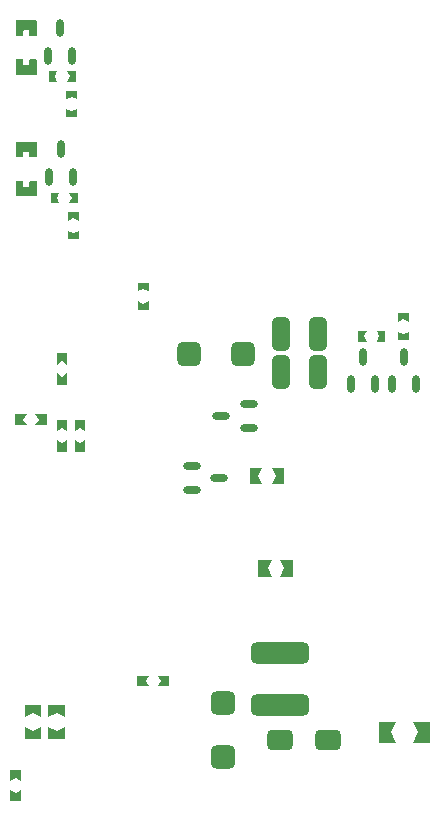
<source format=gbp>
G04 Layer_Color=128*
%FSLAX24Y24*%
%MOIN*%
G70*
G01*
G75*
%ADD18O,0.0591X0.0281*%
G04:AMPARAMS|DCode=22|XSize=86.6mil|YSize=68.9mil|CornerRadius=17.2mil|HoleSize=0mil|Usage=FLASHONLY|Rotation=0.000|XOffset=0mil|YOffset=0mil|HoleType=Round|Shape=RoundedRectangle|*
%AMROUNDEDRECTD22*
21,1,0.0866,0.0344,0,0,0.0*
21,1,0.0522,0.0689,0,0,0.0*
1,1,0.0344,0.0261,-0.0172*
1,1,0.0344,-0.0261,-0.0172*
1,1,0.0344,-0.0261,0.0172*
1,1,0.0344,0.0261,0.0172*
%
%ADD22ROUNDEDRECTD22*%
G04:AMPARAMS|DCode=24|XSize=110.2mil|YSize=59.1mil|CornerRadius=14.8mil|HoleSize=0mil|Usage=FLASHONLY|Rotation=90.000|XOffset=0mil|YOffset=0mil|HoleType=Round|Shape=RoundedRectangle|*
%AMROUNDEDRECTD24*
21,1,0.1102,0.0295,0,0,90.0*
21,1,0.0807,0.0591,0,0,90.0*
1,1,0.0295,0.0148,0.0404*
1,1,0.0295,0.0148,-0.0404*
1,1,0.0295,-0.0148,-0.0404*
1,1,0.0295,-0.0148,0.0404*
%
%ADD24ROUNDEDRECTD24*%
G04:AMPARAMS|DCode=25|XSize=82.7mil|YSize=78.7mil|CornerRadius=19.7mil|HoleSize=0mil|Usage=FLASHONLY|Rotation=180.000|XOffset=0mil|YOffset=0mil|HoleType=Round|Shape=RoundedRectangle|*
%AMROUNDEDRECTD25*
21,1,0.0827,0.0394,0,0,180.0*
21,1,0.0433,0.0787,0,0,180.0*
1,1,0.0394,-0.0217,0.0197*
1,1,0.0394,0.0217,0.0197*
1,1,0.0394,0.0217,-0.0197*
1,1,0.0394,-0.0217,-0.0197*
%
%ADD25ROUNDEDRECTD25*%
%ADD26O,0.0281X0.0591*%
G04:AMPARAMS|DCode=51|XSize=82.7mil|YSize=78.7mil|CornerRadius=19.7mil|HoleSize=0mil|Usage=FLASHONLY|Rotation=270.000|XOffset=0mil|YOffset=0mil|HoleType=Round|Shape=RoundedRectangle|*
%AMROUNDEDRECTD51*
21,1,0.0827,0.0394,0,0,270.0*
21,1,0.0433,0.0787,0,0,270.0*
1,1,0.0394,-0.0197,-0.0217*
1,1,0.0394,-0.0197,0.0217*
1,1,0.0394,0.0197,0.0217*
1,1,0.0394,0.0197,-0.0217*
%
%ADD51ROUNDEDRECTD51*%
G04:AMPARAMS|DCode=54|XSize=194.9mil|YSize=70.9mil|CornerRadius=17.7mil|HoleSize=0mil|Usage=FLASHONLY|Rotation=180.000|XOffset=0mil|YOffset=0mil|HoleType=Round|Shape=RoundedRectangle|*
%AMROUNDEDRECTD54*
21,1,0.1949,0.0354,0,0,180.0*
21,1,0.1594,0.0709,0,0,180.0*
1,1,0.0354,-0.0797,0.0177*
1,1,0.0354,0.0797,0.0177*
1,1,0.0354,0.0797,-0.0177*
1,1,0.0354,-0.0797,-0.0177*
%
%ADD54ROUNDEDRECTD54*%
G36*
X43602Y30108D02*
X43189D01*
X43317Y30384D01*
X43189Y30659D01*
X43602D01*
Y30108D01*
D02*
G37*
G36*
X36358Y31191D02*
X36004D01*
Y31585D01*
X36181Y31467D01*
X36358Y31585D01*
Y31191D01*
D02*
G37*
G36*
X42726Y30384D02*
X42854Y30108D01*
X42441D01*
Y30659D01*
X42854D01*
X42726Y30384D01*
D02*
G37*
G36*
X43061Y27293D02*
X43189Y27008D01*
X42736D01*
Y27579D01*
X43189D01*
X43061Y27293D01*
D02*
G37*
G36*
X43898Y27008D02*
X43445D01*
X43573Y27293D01*
X43445Y27579D01*
X43898D01*
Y27008D01*
D02*
G37*
G36*
X34892Y32254D02*
X35010Y32077D01*
X34616D01*
Y32431D01*
X35010D01*
X34892Y32254D01*
D02*
G37*
G36*
X35679Y32077D02*
X35285D01*
X35404Y32254D01*
X35285Y32431D01*
X35679D01*
Y32077D01*
D02*
G37*
G36*
X36959Y31861D02*
X36781Y31979D01*
X36604Y31861D01*
Y32255D01*
X36959D01*
Y31861D01*
D02*
G37*
G36*
Y31192D02*
X36604D01*
Y31585D01*
X36781Y31467D01*
X36959Y31585D01*
Y31192D01*
D02*
G37*
G36*
X36358Y31860D02*
X36181Y31978D01*
X36004Y31860D01*
Y32254D01*
X36358D01*
Y31860D01*
D02*
G37*
G36*
X48445Y21476D02*
X47894D01*
X48051Y21831D01*
X47894Y22185D01*
X48445D01*
Y21476D01*
D02*
G37*
G36*
X35492Y21594D02*
X34941D01*
Y22008D01*
X35217Y21880D01*
X35492Y22008D01*
Y21594D01*
D02*
G37*
G36*
X47146Y21831D02*
X47303Y21476D01*
X46752D01*
Y22185D01*
X47303D01*
X47146Y21831D01*
D02*
G37*
G36*
X34823Y19528D02*
X34469D01*
Y19921D01*
X34646Y19803D01*
X34823Y19921D01*
Y19528D01*
D02*
G37*
G36*
Y20197D02*
X34646Y20315D01*
X34469Y20197D01*
Y20591D01*
X34823D01*
Y20197D01*
D02*
G37*
G36*
X38976Y23543D02*
X39094Y23366D01*
X38701D01*
Y23720D01*
X39094D01*
X38976Y23543D01*
D02*
G37*
G36*
X39764Y23366D02*
X39370D01*
X39488Y23543D01*
X39370Y23720D01*
X39764D01*
Y23366D01*
D02*
G37*
G36*
X36280Y22343D02*
X36004Y22470D01*
X35728Y22343D01*
Y22756D01*
X36280D01*
Y22343D01*
D02*
G37*
G36*
Y21594D02*
X35728D01*
Y22008D01*
X36004Y21880D01*
X36280Y22008D01*
Y21594D01*
D02*
G37*
G36*
X35492Y22343D02*
X35217Y22470D01*
X34941Y22343D01*
Y22756D01*
X35492D01*
Y22343D01*
D02*
G37*
G36*
X35352Y41498D02*
X35360Y41477D01*
Y41024D01*
X35352Y41004D01*
X35331Y40995D01*
X35128D01*
X35107Y41004D01*
X35098Y41024D01*
Y41162D01*
X35090Y41183D01*
X35069Y41192D01*
X34931D01*
X34910Y41183D01*
X34902Y41162D01*
Y41024D01*
X34893Y41004D01*
X34872Y40995D01*
X34669D01*
X34648Y41004D01*
X34640Y41024D01*
Y41477D01*
X34648Y41498D01*
X34669Y41507D01*
X35331D01*
X35352Y41498D01*
D02*
G37*
G36*
X36683Y42333D02*
X36329D01*
Y42608D01*
X36506Y42530D01*
X36683Y42608D01*
Y42333D01*
D02*
G37*
G36*
X35352Y40198D02*
X35360Y40177D01*
Y39724D01*
X35352Y39704D01*
X35331Y39695D01*
X34669D01*
X34648Y39704D01*
X34640Y39724D01*
Y40177D01*
X34648Y40198D01*
X34669Y40207D01*
X34872D01*
X34893Y40198D01*
X34902Y40177D01*
Y40039D01*
X34910Y40018D01*
X34931Y40010D01*
X35069D01*
X35090Y40018D01*
X35098Y40039D01*
Y40177D01*
X35107Y40198D01*
X35128Y40207D01*
X35331D01*
X35352Y40198D01*
D02*
G37*
G36*
X36014Y39646D02*
X36093Y39469D01*
X35817D01*
Y39823D01*
X36093D01*
X36014Y39646D01*
D02*
G37*
G36*
X36703Y39469D02*
X36427D01*
X36506Y39646D01*
X36427Y39823D01*
X36703D01*
Y39469D01*
D02*
G37*
G36*
X35352Y44253D02*
X35360Y44232D01*
Y43779D01*
X35352Y43758D01*
X35331Y43750D01*
X34669D01*
X34648Y43758D01*
X34640Y43779D01*
Y44232D01*
X34648Y44253D01*
X34669Y44261D01*
X34872D01*
X34893Y44253D01*
X34902Y44232D01*
Y44094D01*
X34910Y44073D01*
X34931Y44065D01*
X35069D01*
X35090Y44073D01*
X35098Y44094D01*
Y44232D01*
X35107Y44253D01*
X35128Y44261D01*
X35331D01*
X35352Y44253D01*
D02*
G37*
G36*
Y45553D02*
X35360Y45532D01*
Y45079D01*
X35352Y45058D01*
X35331Y45050D01*
X35128D01*
X35107Y45058D01*
X35098Y45079D01*
Y45217D01*
X35090Y45238D01*
X35069Y45246D01*
X34931D01*
X34910Y45238D01*
X34902Y45217D01*
Y45079D01*
X34893Y45058D01*
X34872Y45050D01*
X34669D01*
X34648Y45058D01*
X34640Y45079D01*
Y45532D01*
X34648Y45553D01*
X34669Y45561D01*
X35331D01*
X35352Y45553D01*
D02*
G37*
G36*
X36643Y43524D02*
X36368D01*
X36447Y43701D01*
X36368Y43878D01*
X36643D01*
Y43524D01*
D02*
G37*
G36*
X36683Y42943D02*
X36506Y43021D01*
X36329Y42943D01*
Y43218D01*
X36683D01*
Y42943D01*
D02*
G37*
G36*
X35955Y43701D02*
X36033Y43524D01*
X35758D01*
Y43878D01*
X36033D01*
X35955Y43701D01*
D02*
G37*
G36*
X46949Y34852D02*
X46673D01*
X46752Y35030D01*
X46673Y35207D01*
X46949D01*
Y34852D01*
D02*
G37*
G36*
X47746Y34912D02*
X47392D01*
Y35187D01*
X47569Y35108D01*
X47746Y35187D01*
Y34912D01*
D02*
G37*
G36*
X46260Y35030D02*
X46339Y34852D01*
X46063D01*
Y35207D01*
X46339D01*
X46260Y35030D01*
D02*
G37*
G36*
X36368Y33415D02*
X36014D01*
Y33809D01*
X36191Y33691D01*
X36368Y33809D01*
Y33415D01*
D02*
G37*
G36*
Y34085D02*
X36191Y34203D01*
X36014Y34085D01*
Y34478D01*
X36368D01*
Y34085D01*
D02*
G37*
G36*
X36742Y38278D02*
X36388D01*
Y38553D01*
X36565Y38474D01*
X36742Y38553D01*
Y38278D01*
D02*
G37*
G36*
Y38888D02*
X36565Y38966D01*
X36388Y38888D01*
Y39163D01*
X36742D01*
Y38888D01*
D02*
G37*
G36*
X39075Y36535D02*
X38898Y36614D01*
X38720Y36535D01*
Y36811D01*
X39075D01*
Y36535D01*
D02*
G37*
G36*
X47746Y35522D02*
X47569Y35600D01*
X47392Y35522D01*
Y35797D01*
X47746D01*
Y35522D01*
D02*
G37*
G36*
X39075Y35925D02*
X38720D01*
Y36201D01*
X38898Y36122D01*
X39075Y36201D01*
Y35925D01*
D02*
G37*
D18*
X42406Y32792D02*
D03*
Y31992D02*
D03*
X41496Y32392D02*
D03*
X40507Y29925D02*
D03*
Y30725D02*
D03*
X41417Y30325D02*
D03*
D22*
X45059Y21585D02*
D03*
X43445D02*
D03*
D24*
X44734Y35098D02*
D03*
X43474D02*
D03*
X44734Y33858D02*
D03*
X43474D02*
D03*
D25*
X41555Y20994D02*
D03*
Y22805D02*
D03*
D26*
X45804Y33435D02*
D03*
X46604D02*
D03*
X46204Y34345D02*
D03*
X47172Y33435D02*
D03*
X47972D02*
D03*
X47572Y34345D02*
D03*
X36561Y40350D02*
D03*
X35761D02*
D03*
X36161Y41260D02*
D03*
X36506Y44390D02*
D03*
X35706D02*
D03*
X36106Y45300D02*
D03*
D51*
X42234Y34459D02*
D03*
X40423D02*
D03*
D54*
X43445Y22736D02*
D03*
Y24469D02*
D03*
M02*

</source>
